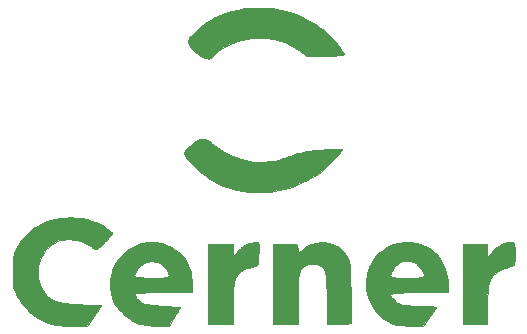
<source format=gbr>
G04 #@! TF.GenerationSoftware,KiCad,Pcbnew,(5.1.10)-1*
G04 #@! TF.CreationDate,2021-09-01T23:48:31-05:00*
G04 #@! TF.ProjectId,Bsides-KC-2021-Cerner-Sponsor-SAO-SVG2Shenzen v1_00 (Paths),42736964-6573-42d4-9b43-2d323032312d,rev?*
G04 #@! TF.SameCoordinates,Original*
G04 #@! TF.FileFunction,Legend,Top*
G04 #@! TF.FilePolarity,Positive*
%FSLAX46Y46*%
G04 Gerber Fmt 4.6, Leading zero omitted, Abs format (unit mm)*
G04 Created by KiCad (PCBNEW (5.1.10)-1) date 2021-09-01 23:48:31*
%MOMM*%
%LPD*%
G01*
G04 APERTURE LIST*
%ADD10C,0.010000*%
G04 APERTURE END LIST*
D10*
G04 #@! TO.C,G\u002A\u002A\u002A*
G36*
X154061430Y-81212144D02*
G01*
X154653398Y-81270617D01*
X155243505Y-81368323D01*
X155829343Y-81505340D01*
X156408506Y-81681749D01*
X156417302Y-81684755D01*
X156881640Y-81859624D01*
X157337971Y-82062766D01*
X157781028Y-82291001D01*
X158205547Y-82541150D01*
X158606261Y-82810032D01*
X158977905Y-83094468D01*
X159315213Y-83391279D01*
X159431361Y-83504705D01*
X159569713Y-83647882D01*
X159711702Y-83802055D01*
X159854408Y-83963461D01*
X159994907Y-84128333D01*
X160130279Y-84292905D01*
X160257603Y-84453414D01*
X160373955Y-84606093D01*
X160476415Y-84747176D01*
X160562061Y-84872900D01*
X160627972Y-84979497D01*
X160671225Y-85063203D01*
X160688900Y-85120253D01*
X160689167Y-85125756D01*
X160686849Y-85143855D01*
X160676250Y-85158093D01*
X160651898Y-85169669D01*
X160608324Y-85179783D01*
X160540058Y-85189635D01*
X160441630Y-85200422D01*
X160307570Y-85213346D01*
X160276417Y-85216253D01*
X159809885Y-85256405D01*
X159377213Y-85286661D01*
X158971196Y-85307409D01*
X158584630Y-85319037D01*
X158307917Y-85321994D01*
X158109568Y-85322325D01*
X157948131Y-85321466D01*
X157818183Y-85318159D01*
X157714303Y-85311145D01*
X157631070Y-85299167D01*
X157563062Y-85280965D01*
X157504856Y-85255281D01*
X157451032Y-85220858D01*
X157396167Y-85176436D01*
X157334840Y-85120758D01*
X157299743Y-85088010D01*
X157097441Y-84917576D01*
X156859366Y-84748573D01*
X156592047Y-84584031D01*
X156302014Y-84426984D01*
X155995797Y-84280464D01*
X155679925Y-84147505D01*
X155360929Y-84031139D01*
X155045337Y-83934398D01*
X154739680Y-83860316D01*
X154599497Y-83833879D01*
X154187406Y-83780261D01*
X153764614Y-83756157D01*
X153335843Y-83760583D01*
X152905818Y-83792555D01*
X152479263Y-83851087D01*
X152060902Y-83935195D01*
X151655458Y-84043896D01*
X151267656Y-84176204D01*
X150902220Y-84331135D01*
X150563872Y-84507705D01*
X150257338Y-84704929D01*
X150193142Y-84752121D01*
X150101698Y-84826325D01*
X149993293Y-84922599D01*
X149878661Y-85030998D01*
X149768533Y-85141572D01*
X149735787Y-85176014D01*
X149616262Y-85300410D01*
X149517300Y-85394411D01*
X149432931Y-85460611D01*
X149357184Y-85501601D01*
X149284089Y-85519972D01*
X149207677Y-85518319D01*
X149121976Y-85499231D01*
X149047500Y-85474852D01*
X148921999Y-85424407D01*
X148775092Y-85355908D01*
X148619199Y-85275968D01*
X148466735Y-85191200D01*
X148330118Y-85108217D01*
X148228530Y-85038708D01*
X148116124Y-84947724D01*
X147997042Y-84838851D01*
X147879735Y-84720921D01*
X147772659Y-84602763D01*
X147684267Y-84493207D01*
X147630526Y-84414094D01*
X147568425Y-84297025D01*
X147520098Y-84180281D01*
X147489939Y-84075787D01*
X147481858Y-84010756D01*
X147496672Y-83932807D01*
X147543177Y-83837714D01*
X147622199Y-83724421D01*
X147734565Y-83591870D01*
X147881100Y-83439006D01*
X148062633Y-83264773D01*
X148073601Y-83254594D01*
X148403029Y-82964810D01*
X148745073Y-82693271D01*
X149093566Y-82444183D01*
X149442345Y-82221750D01*
X149785242Y-82030177D01*
X150067683Y-81894653D01*
X150605296Y-81680728D01*
X151157895Y-81505478D01*
X151723072Y-81368983D01*
X152298420Y-81271323D01*
X152881534Y-81212576D01*
X153470006Y-81192824D01*
X154061430Y-81212144D01*
G37*
X154061430Y-81212144D02*
X154653398Y-81270617D01*
X155243505Y-81368323D01*
X155829343Y-81505340D01*
X156408506Y-81681749D01*
X156417302Y-81684755D01*
X156881640Y-81859624D01*
X157337971Y-82062766D01*
X157781028Y-82291001D01*
X158205547Y-82541150D01*
X158606261Y-82810032D01*
X158977905Y-83094468D01*
X159315213Y-83391279D01*
X159431361Y-83504705D01*
X159569713Y-83647882D01*
X159711702Y-83802055D01*
X159854408Y-83963461D01*
X159994907Y-84128333D01*
X160130279Y-84292905D01*
X160257603Y-84453414D01*
X160373955Y-84606093D01*
X160476415Y-84747176D01*
X160562061Y-84872900D01*
X160627972Y-84979497D01*
X160671225Y-85063203D01*
X160688900Y-85120253D01*
X160689167Y-85125756D01*
X160686849Y-85143855D01*
X160676250Y-85158093D01*
X160651898Y-85169669D01*
X160608324Y-85179783D01*
X160540058Y-85189635D01*
X160441630Y-85200422D01*
X160307570Y-85213346D01*
X160276417Y-85216253D01*
X159809885Y-85256405D01*
X159377213Y-85286661D01*
X158971196Y-85307409D01*
X158584630Y-85319037D01*
X158307917Y-85321994D01*
X158109568Y-85322325D01*
X157948131Y-85321466D01*
X157818183Y-85318159D01*
X157714303Y-85311145D01*
X157631070Y-85299167D01*
X157563062Y-85280965D01*
X157504856Y-85255281D01*
X157451032Y-85220858D01*
X157396167Y-85176436D01*
X157334840Y-85120758D01*
X157299743Y-85088010D01*
X157097441Y-84917576D01*
X156859366Y-84748573D01*
X156592047Y-84584031D01*
X156302014Y-84426984D01*
X155995797Y-84280464D01*
X155679925Y-84147505D01*
X155360929Y-84031139D01*
X155045337Y-83934398D01*
X154739680Y-83860316D01*
X154599497Y-83833879D01*
X154187406Y-83780261D01*
X153764614Y-83756157D01*
X153335843Y-83760583D01*
X152905818Y-83792555D01*
X152479263Y-83851087D01*
X152060902Y-83935195D01*
X151655458Y-84043896D01*
X151267656Y-84176204D01*
X150902220Y-84331135D01*
X150563872Y-84507705D01*
X150257338Y-84704929D01*
X150193142Y-84752121D01*
X150101698Y-84826325D01*
X149993293Y-84922599D01*
X149878661Y-85030998D01*
X149768533Y-85141572D01*
X149735787Y-85176014D01*
X149616262Y-85300410D01*
X149517300Y-85394411D01*
X149432931Y-85460611D01*
X149357184Y-85501601D01*
X149284089Y-85519972D01*
X149207677Y-85518319D01*
X149121976Y-85499231D01*
X149047500Y-85474852D01*
X148921999Y-85424407D01*
X148775092Y-85355908D01*
X148619199Y-85275968D01*
X148466735Y-85191200D01*
X148330118Y-85108217D01*
X148228530Y-85038708D01*
X148116124Y-84947724D01*
X147997042Y-84838851D01*
X147879735Y-84720921D01*
X147772659Y-84602763D01*
X147684267Y-84493207D01*
X147630526Y-84414094D01*
X147568425Y-84297025D01*
X147520098Y-84180281D01*
X147489939Y-84075787D01*
X147481858Y-84010756D01*
X147496672Y-83932807D01*
X147543177Y-83837714D01*
X147622199Y-83724421D01*
X147734565Y-83591870D01*
X147881100Y-83439006D01*
X148062633Y-83264773D01*
X148073601Y-83254594D01*
X148403029Y-82964810D01*
X148745073Y-82693271D01*
X149093566Y-82444183D01*
X149442345Y-82221750D01*
X149785242Y-82030177D01*
X150067683Y-81894653D01*
X150605296Y-81680728D01*
X151157895Y-81505478D01*
X151723072Y-81368983D01*
X152298420Y-81271323D01*
X152881534Y-81212576D01*
X153470006Y-81192824D01*
X154061430Y-81212144D01*
G36*
X148903901Y-92338488D02*
G01*
X149089363Y-92390136D01*
X149266905Y-92474187D01*
X149428785Y-92588287D01*
X149469558Y-92624648D01*
X149690765Y-92815621D01*
X149947497Y-93008203D01*
X150233276Y-93198744D01*
X150541620Y-93383600D01*
X150866050Y-93559122D01*
X151200086Y-93721665D01*
X151537248Y-93867581D01*
X151871055Y-93993223D01*
X151947334Y-94019088D01*
X152310984Y-94120809D01*
X152700030Y-94194621D01*
X153108143Y-94240645D01*
X153528997Y-94259003D01*
X153956264Y-94249819D01*
X154383618Y-94213214D01*
X154804730Y-94149311D01*
X155213274Y-94058232D01*
X155577417Y-93948898D01*
X155716917Y-93899592D01*
X155874636Y-93841264D01*
X156030741Y-93781378D01*
X156159500Y-93729834D01*
X156348182Y-93657370D01*
X156548688Y-93591156D01*
X156764358Y-93530589D01*
X156998531Y-93475064D01*
X157254547Y-93423977D01*
X157535744Y-93376723D01*
X157845462Y-93332699D01*
X158187040Y-93291301D01*
X158563817Y-93251923D01*
X158979133Y-93213962D01*
X159038167Y-93208927D01*
X159248761Y-93191795D01*
X159456901Y-93176153D01*
X159657899Y-93162255D01*
X159847066Y-93150355D01*
X160019714Y-93140705D01*
X160171155Y-93133559D01*
X160296698Y-93129170D01*
X160391657Y-93127792D01*
X160451342Y-93129678D01*
X160465926Y-93131777D01*
X160509469Y-93156390D01*
X160519635Y-93192528D01*
X160503766Y-93254547D01*
X160458475Y-93340878D01*
X160386616Y-93448440D01*
X160291044Y-93574155D01*
X160174614Y-93714944D01*
X160040181Y-93867727D01*
X159890601Y-94029424D01*
X159728727Y-94196957D01*
X159557415Y-94367247D01*
X159379521Y-94537213D01*
X159197899Y-94703777D01*
X159015403Y-94863858D01*
X158834890Y-95014379D01*
X158817449Y-95028471D01*
X158502235Y-95264730D01*
X158149750Y-95496286D01*
X157765028Y-95720016D01*
X157385242Y-95917084D01*
X156844637Y-96161146D01*
X156290803Y-96368404D01*
X155720550Y-96539793D01*
X155130686Y-96676248D01*
X154518021Y-96778703D01*
X154381500Y-96796569D01*
X154271292Y-96807256D01*
X154126910Y-96816693D01*
X153956485Y-96824734D01*
X153768148Y-96831235D01*
X153570026Y-96836053D01*
X153370252Y-96839042D01*
X153176953Y-96840059D01*
X152998261Y-96838959D01*
X152842305Y-96835598D01*
X152717214Y-96829831D01*
X152677584Y-96826813D01*
X152120775Y-96756238D01*
X151567431Y-96643991D01*
X151019803Y-96490717D01*
X150480143Y-96297060D01*
X149950702Y-96063665D01*
X149865852Y-96022061D01*
X149666325Y-95914711D01*
X149453336Y-95785390D01*
X149230665Y-95637406D01*
X149002088Y-95474064D01*
X148771385Y-95298669D01*
X148542334Y-95114529D01*
X148318715Y-94924949D01*
X148104304Y-94733234D01*
X147902880Y-94542691D01*
X147718223Y-94356625D01*
X147554110Y-94178344D01*
X147414320Y-94011151D01*
X147302632Y-93858354D01*
X147222823Y-93723258D01*
X147211469Y-93699632D01*
X147179685Y-93611859D01*
X147172228Y-93530376D01*
X147190514Y-93444482D01*
X147235960Y-93343474D01*
X147265675Y-93290192D01*
X147359359Y-93155937D01*
X147485279Y-93015300D01*
X147635823Y-92873944D01*
X147803378Y-92737537D01*
X147980331Y-92611741D01*
X148159069Y-92502222D01*
X148331980Y-92414645D01*
X148491449Y-92354675D01*
X148540181Y-92341827D01*
X148718260Y-92321600D01*
X148903901Y-92338488D01*
G37*
X148903901Y-92338488D02*
X149089363Y-92390136D01*
X149266905Y-92474187D01*
X149428785Y-92588287D01*
X149469558Y-92624648D01*
X149690765Y-92815621D01*
X149947497Y-93008203D01*
X150233276Y-93198744D01*
X150541620Y-93383600D01*
X150866050Y-93559122D01*
X151200086Y-93721665D01*
X151537248Y-93867581D01*
X151871055Y-93993223D01*
X151947334Y-94019088D01*
X152310984Y-94120809D01*
X152700030Y-94194621D01*
X153108143Y-94240645D01*
X153528997Y-94259003D01*
X153956264Y-94249819D01*
X154383618Y-94213214D01*
X154804730Y-94149311D01*
X155213274Y-94058232D01*
X155577417Y-93948898D01*
X155716917Y-93899592D01*
X155874636Y-93841264D01*
X156030741Y-93781378D01*
X156159500Y-93729834D01*
X156348182Y-93657370D01*
X156548688Y-93591156D01*
X156764358Y-93530589D01*
X156998531Y-93475064D01*
X157254547Y-93423977D01*
X157535744Y-93376723D01*
X157845462Y-93332699D01*
X158187040Y-93291301D01*
X158563817Y-93251923D01*
X158979133Y-93213962D01*
X159038167Y-93208927D01*
X159248761Y-93191795D01*
X159456901Y-93176153D01*
X159657899Y-93162255D01*
X159847066Y-93150355D01*
X160019714Y-93140705D01*
X160171155Y-93133559D01*
X160296698Y-93129170D01*
X160391657Y-93127792D01*
X160451342Y-93129678D01*
X160465926Y-93131777D01*
X160509469Y-93156390D01*
X160519635Y-93192528D01*
X160503766Y-93254547D01*
X160458475Y-93340878D01*
X160386616Y-93448440D01*
X160291044Y-93574155D01*
X160174614Y-93714944D01*
X160040181Y-93867727D01*
X159890601Y-94029424D01*
X159728727Y-94196957D01*
X159557415Y-94367247D01*
X159379521Y-94537213D01*
X159197899Y-94703777D01*
X159015403Y-94863858D01*
X158834890Y-95014379D01*
X158817449Y-95028471D01*
X158502235Y-95264730D01*
X158149750Y-95496286D01*
X157765028Y-95720016D01*
X157385242Y-95917084D01*
X156844637Y-96161146D01*
X156290803Y-96368404D01*
X155720550Y-96539793D01*
X155130686Y-96676248D01*
X154518021Y-96778703D01*
X154381500Y-96796569D01*
X154271292Y-96807256D01*
X154126910Y-96816693D01*
X153956485Y-96824734D01*
X153768148Y-96831235D01*
X153570026Y-96836053D01*
X153370252Y-96839042D01*
X153176953Y-96840059D01*
X152998261Y-96838959D01*
X152842305Y-96835598D01*
X152717214Y-96829831D01*
X152677584Y-96826813D01*
X152120775Y-96756238D01*
X151567431Y-96643991D01*
X151019803Y-96490717D01*
X150480143Y-96297060D01*
X149950702Y-96063665D01*
X149865852Y-96022061D01*
X149666325Y-95914711D01*
X149453336Y-95785390D01*
X149230665Y-95637406D01*
X149002088Y-95474064D01*
X148771385Y-95298669D01*
X148542334Y-95114529D01*
X148318715Y-94924949D01*
X148104304Y-94733234D01*
X147902880Y-94542691D01*
X147718223Y-94356625D01*
X147554110Y-94178344D01*
X147414320Y-94011151D01*
X147302632Y-93858354D01*
X147222823Y-93723258D01*
X147211469Y-93699632D01*
X147179685Y-93611859D01*
X147172228Y-93530376D01*
X147190514Y-93444482D01*
X147235960Y-93343474D01*
X147265675Y-93290192D01*
X147359359Y-93155937D01*
X147485279Y-93015300D01*
X147635823Y-92873944D01*
X147803378Y-92737537D01*
X147980331Y-92611741D01*
X148159069Y-92502222D01*
X148331980Y-92414645D01*
X148491449Y-92354675D01*
X148540181Y-92341827D01*
X148718260Y-92321600D01*
X148903901Y-92338488D01*
G36*
X174884370Y-101064989D02*
G01*
X174975823Y-101079059D01*
X175039468Y-101105448D01*
X175082231Y-101146562D01*
X175101009Y-101179870D01*
X175120895Y-101247386D01*
X175137117Y-101350160D01*
X175149716Y-101481610D01*
X175158733Y-101635152D01*
X175164206Y-101804203D01*
X175166176Y-101982181D01*
X175164682Y-102162502D01*
X175159766Y-102338583D01*
X175151466Y-102503842D01*
X175139822Y-102651696D01*
X175124875Y-102775561D01*
X175106664Y-102868855D01*
X175090479Y-102915645D01*
X175059910Y-102966400D01*
X175019733Y-103006923D01*
X174963111Y-103040624D01*
X174883206Y-103070915D01*
X174773178Y-103101208D01*
X174670593Y-103125131D01*
X174339784Y-103215277D01*
X174042248Y-103330852D01*
X173777041Y-103472362D01*
X173543219Y-103640309D01*
X173340281Y-103834708D01*
X173245595Y-103944961D01*
X173164684Y-104053226D01*
X173096268Y-104164084D01*
X173039067Y-104282120D01*
X172991801Y-104411915D01*
X172953189Y-104558054D01*
X172921951Y-104725120D01*
X172896807Y-104917695D01*
X172876476Y-105140363D01*
X172859679Y-105397707D01*
X172849826Y-105590500D01*
X172846332Y-105671863D01*
X172841900Y-105785989D01*
X172836700Y-105927663D01*
X172830898Y-106091666D01*
X172824664Y-106272783D01*
X172818166Y-106465796D01*
X172811573Y-106665489D01*
X172805053Y-106866646D01*
X172798774Y-107064049D01*
X172792906Y-107252482D01*
X172787616Y-107426728D01*
X172783073Y-107581571D01*
X172779446Y-107711793D01*
X172776903Y-107812178D01*
X172775612Y-107877510D01*
X172775485Y-107892375D01*
X172775334Y-108003500D01*
X170743334Y-108003500D01*
X170743334Y-101209000D01*
X172796500Y-101209000D01*
X172796876Y-101838709D01*
X172797252Y-102468417D01*
X172905368Y-102299084D01*
X173001023Y-102150445D01*
X173079480Y-102031763D01*
X173145392Y-101936737D01*
X173203414Y-101859068D01*
X173258201Y-101792456D01*
X173314406Y-101730600D01*
X173359712Y-101684120D01*
X173567768Y-101500679D01*
X173795812Y-101345521D01*
X174037852Y-101221317D01*
X174287896Y-101130739D01*
X174539951Y-101076457D01*
X174758182Y-101060834D01*
X174884370Y-101064989D01*
G37*
X174884370Y-101064989D02*
X174975823Y-101079059D01*
X175039468Y-101105448D01*
X175082231Y-101146562D01*
X175101009Y-101179870D01*
X175120895Y-101247386D01*
X175137117Y-101350160D01*
X175149716Y-101481610D01*
X175158733Y-101635152D01*
X175164206Y-101804203D01*
X175166176Y-101982181D01*
X175164682Y-102162502D01*
X175159766Y-102338583D01*
X175151466Y-102503842D01*
X175139822Y-102651696D01*
X175124875Y-102775561D01*
X175106664Y-102868855D01*
X175090479Y-102915645D01*
X175059910Y-102966400D01*
X175019733Y-103006923D01*
X174963111Y-103040624D01*
X174883206Y-103070915D01*
X174773178Y-103101208D01*
X174670593Y-103125131D01*
X174339784Y-103215277D01*
X174042248Y-103330852D01*
X173777041Y-103472362D01*
X173543219Y-103640309D01*
X173340281Y-103834708D01*
X173245595Y-103944961D01*
X173164684Y-104053226D01*
X173096268Y-104164084D01*
X173039067Y-104282120D01*
X172991801Y-104411915D01*
X172953189Y-104558054D01*
X172921951Y-104725120D01*
X172896807Y-104917695D01*
X172876476Y-105140363D01*
X172859679Y-105397707D01*
X172849826Y-105590500D01*
X172846332Y-105671863D01*
X172841900Y-105785989D01*
X172836700Y-105927663D01*
X172830898Y-106091666D01*
X172824664Y-106272783D01*
X172818166Y-106465796D01*
X172811573Y-106665489D01*
X172805053Y-106866646D01*
X172798774Y-107064049D01*
X172792906Y-107252482D01*
X172787616Y-107426728D01*
X172783073Y-107581571D01*
X172779446Y-107711793D01*
X172776903Y-107812178D01*
X172775612Y-107877510D01*
X172775485Y-107892375D01*
X172775334Y-108003500D01*
X170743334Y-108003500D01*
X170743334Y-101209000D01*
X172796500Y-101209000D01*
X172796876Y-101838709D01*
X172797252Y-102468417D01*
X172905368Y-102299084D01*
X173001023Y-102150445D01*
X173079480Y-102031763D01*
X173145392Y-101936737D01*
X173203414Y-101859068D01*
X173258201Y-101792456D01*
X173314406Y-101730600D01*
X173359712Y-101684120D01*
X173567768Y-101500679D01*
X173795812Y-101345521D01*
X174037852Y-101221317D01*
X174287896Y-101130739D01*
X174539951Y-101076457D01*
X174758182Y-101060834D01*
X174884370Y-101064989D01*
G36*
X153459266Y-101038785D02*
G01*
X153463734Y-101096157D01*
X153466967Y-101185391D01*
X153469035Y-101301265D01*
X153470006Y-101438552D01*
X153469946Y-101592029D01*
X153468926Y-101756473D01*
X153467012Y-101926658D01*
X153464273Y-102097361D01*
X153460778Y-102263356D01*
X153456593Y-102419421D01*
X153451787Y-102560331D01*
X153446429Y-102680861D01*
X153440586Y-102775788D01*
X153434326Y-102839887D01*
X153429430Y-102864502D01*
X153407326Y-102918225D01*
X153380245Y-102961828D01*
X153342684Y-102998204D01*
X153289140Y-103030247D01*
X153214108Y-103060851D01*
X153112084Y-103092909D01*
X152977564Y-103129316D01*
X152876996Y-103154946D01*
X152640527Y-103217980D01*
X152440556Y-103279734D01*
X152271436Y-103342935D01*
X152127520Y-103410310D01*
X152003162Y-103484587D01*
X151892717Y-103568491D01*
X151790537Y-103664750D01*
X151764566Y-103692205D01*
X151644734Y-103847815D01*
X151553910Y-104013584D01*
X151506465Y-104122590D01*
X151464303Y-104237785D01*
X151427148Y-104362035D01*
X151394726Y-104498209D01*
X151366762Y-104649175D01*
X151342980Y-104817802D01*
X151323105Y-105006958D01*
X151306862Y-105219511D01*
X151293976Y-105458329D01*
X151284172Y-105726280D01*
X151277174Y-106026234D01*
X151272707Y-106361057D01*
X151270496Y-106733619D01*
X151270139Y-106971625D01*
X151270000Y-108003500D01*
X149216834Y-108003500D01*
X149216834Y-101209000D01*
X151270000Y-101209000D01*
X151270000Y-102235260D01*
X151635125Y-101870078D01*
X151760827Y-101744785D01*
X151862283Y-101645124D01*
X151944881Y-101566495D01*
X152014010Y-101504299D01*
X152075058Y-101453938D01*
X152133413Y-101410810D01*
X152194463Y-101370317D01*
X152263596Y-101327859D01*
X152286000Y-101314478D01*
X152403746Y-101251827D01*
X152532300Y-101199059D01*
X152679307Y-101153866D01*
X152852416Y-101113941D01*
X153059272Y-101076972D01*
X153087340Y-101072529D01*
X153204152Y-101054446D01*
X153306643Y-101038935D01*
X153387366Y-101027094D01*
X153438874Y-101020023D01*
X153453497Y-101018500D01*
X153459266Y-101038785D01*
G37*
X153459266Y-101038785D02*
X153463734Y-101096157D01*
X153466967Y-101185391D01*
X153469035Y-101301265D01*
X153470006Y-101438552D01*
X153469946Y-101592029D01*
X153468926Y-101756473D01*
X153467012Y-101926658D01*
X153464273Y-102097361D01*
X153460778Y-102263356D01*
X153456593Y-102419421D01*
X153451787Y-102560331D01*
X153446429Y-102680861D01*
X153440586Y-102775788D01*
X153434326Y-102839887D01*
X153429430Y-102864502D01*
X153407326Y-102918225D01*
X153380245Y-102961828D01*
X153342684Y-102998204D01*
X153289140Y-103030247D01*
X153214108Y-103060851D01*
X153112084Y-103092909D01*
X152977564Y-103129316D01*
X152876996Y-103154946D01*
X152640527Y-103217980D01*
X152440556Y-103279734D01*
X152271436Y-103342935D01*
X152127520Y-103410310D01*
X152003162Y-103484587D01*
X151892717Y-103568491D01*
X151790537Y-103664750D01*
X151764566Y-103692205D01*
X151644734Y-103847815D01*
X151553910Y-104013584D01*
X151506465Y-104122590D01*
X151464303Y-104237785D01*
X151427148Y-104362035D01*
X151394726Y-104498209D01*
X151366762Y-104649175D01*
X151342980Y-104817802D01*
X151323105Y-105006958D01*
X151306862Y-105219511D01*
X151293976Y-105458329D01*
X151284172Y-105726280D01*
X151277174Y-106026234D01*
X151272707Y-106361057D01*
X151270496Y-106733619D01*
X151270139Y-106971625D01*
X151270000Y-108003500D01*
X149216834Y-108003500D01*
X149216834Y-101209000D01*
X151270000Y-101209000D01*
X151270000Y-102235260D01*
X151635125Y-101870078D01*
X151760827Y-101744785D01*
X151862283Y-101645124D01*
X151944881Y-101566495D01*
X152014010Y-101504299D01*
X152075058Y-101453938D01*
X152133413Y-101410810D01*
X152194463Y-101370317D01*
X152263596Y-101327859D01*
X152286000Y-101314478D01*
X152403746Y-101251827D01*
X152532300Y-101199059D01*
X152679307Y-101153866D01*
X152852416Y-101113941D01*
X153059272Y-101076972D01*
X153087340Y-101072529D01*
X153204152Y-101054446D01*
X153306643Y-101038935D01*
X153387366Y-101027094D01*
X153438874Y-101020023D01*
X153453497Y-101018500D01*
X153459266Y-101038785D01*
G36*
X159086770Y-101078427D02*
G01*
X159262087Y-101094182D01*
X159409627Y-101119080D01*
X159410551Y-101119291D01*
X159653149Y-101186711D01*
X159888826Y-101274739D01*
X160102560Y-101377528D01*
X160163505Y-101412367D01*
X160286573Y-101495858D01*
X160420035Y-101603037D01*
X160553607Y-101724249D01*
X160677006Y-101849840D01*
X160779946Y-101970156D01*
X160827625Y-102035817D01*
X160913081Y-102176906D01*
X160993542Y-102332724D01*
X161062298Y-102488910D01*
X161112641Y-102631105D01*
X161122893Y-102667882D01*
X161142818Y-102754718D01*
X161160865Y-102854321D01*
X161177111Y-102968778D01*
X161191634Y-103100179D01*
X161204512Y-103250609D01*
X161215823Y-103422158D01*
X161225645Y-103616913D01*
X161234056Y-103836962D01*
X161241135Y-104084393D01*
X161246959Y-104361294D01*
X161251607Y-104669752D01*
X161255155Y-105011855D01*
X161257683Y-105389692D01*
X161259269Y-105805349D01*
X161259990Y-106260916D01*
X161260030Y-106336625D01*
X161260667Y-107940000D01*
X161144229Y-107940000D01*
X161091370Y-107941005D01*
X161002573Y-107943831D01*
X160884180Y-107948197D01*
X160742536Y-107953822D01*
X160583984Y-107960425D01*
X160414865Y-107967723D01*
X160241524Y-107975435D01*
X160070304Y-107983281D01*
X159907547Y-107990979D01*
X159759598Y-107998246D01*
X159632797Y-108004803D01*
X159533490Y-108010367D01*
X159477892Y-108013929D01*
X159395525Y-108019105D01*
X159346090Y-108018820D01*
X159320332Y-108011123D01*
X159308994Y-107994063D01*
X159305063Y-107977494D01*
X159303009Y-107948678D01*
X159300110Y-107881100D01*
X159296468Y-107778323D01*
X159292189Y-107643908D01*
X159287374Y-107481416D01*
X159282128Y-107294409D01*
X159276555Y-107086448D01*
X159270757Y-106861094D01*
X159264839Y-106621910D01*
X159261172Y-106468917D01*
X159251408Y-106068653D01*
X159241954Y-105708242D01*
X159232658Y-105385206D01*
X159223366Y-105097068D01*
X159213924Y-104841349D01*
X159204179Y-104615571D01*
X159193977Y-104417258D01*
X159183165Y-104243930D01*
X159171590Y-104093110D01*
X159159098Y-103962321D01*
X159145536Y-103849083D01*
X159130750Y-103750921D01*
X159114587Y-103665355D01*
X159096894Y-103589908D01*
X159078993Y-103526854D01*
X159007125Y-103360880D01*
X158904256Y-103218181D01*
X158775069Y-103099251D01*
X158624243Y-103004584D01*
X158456460Y-102934675D01*
X158276402Y-102890018D01*
X158088749Y-102871108D01*
X157898183Y-102878439D01*
X157709385Y-102912505D01*
X157527036Y-102973801D01*
X157355818Y-103062822D01*
X157200412Y-103180061D01*
X157073995Y-103315084D01*
X156996789Y-103423128D01*
X156936531Y-103533045D01*
X156890050Y-103653875D01*
X156854175Y-103794657D01*
X156825735Y-103964431D01*
X156814140Y-104055917D01*
X156808862Y-104123454D01*
X156803917Y-104232889D01*
X156799313Y-104383789D01*
X156795057Y-104575721D01*
X156791156Y-104808251D01*
X156787618Y-105080944D01*
X156784449Y-105393369D01*
X156781657Y-105745091D01*
X156779250Y-106135542D01*
X156769164Y-108003500D01*
X154720167Y-108003500D01*
X154720167Y-101206154D01*
X155625042Y-101213632D01*
X155862265Y-101215741D01*
X156060867Y-101218130D01*
X156224557Y-101221276D01*
X156357048Y-101225660D01*
X156462048Y-101231760D01*
X156543270Y-101240057D01*
X156604424Y-101251029D01*
X156649221Y-101265155D01*
X156681372Y-101282915D01*
X156704588Y-101304789D01*
X156722579Y-101331256D01*
X156736259Y-101357167D01*
X156753130Y-101400731D01*
X156764245Y-101456929D01*
X156770584Y-101534576D01*
X156773126Y-101642488D01*
X156773301Y-101690542D01*
X156774155Y-101789692D01*
X156776463Y-101871339D01*
X156779878Y-101927387D01*
X156784055Y-101949740D01*
X156784353Y-101949834D01*
X156804439Y-101937926D01*
X156851997Y-101905239D01*
X156920582Y-101856326D01*
X157003749Y-101795740D01*
X157033061Y-101774134D01*
X157245315Y-101620999D01*
X157433819Y-101494030D01*
X157605227Y-101389940D01*
X157766194Y-101305436D01*
X157923373Y-101237230D01*
X158083418Y-101182032D01*
X158252985Y-101136552D01*
X158377559Y-101109410D01*
X158529073Y-101087306D01*
X158706773Y-101074859D01*
X158897169Y-101071943D01*
X159086770Y-101078427D01*
G37*
X159086770Y-101078427D02*
X159262087Y-101094182D01*
X159409627Y-101119080D01*
X159410551Y-101119291D01*
X159653149Y-101186711D01*
X159888826Y-101274739D01*
X160102560Y-101377528D01*
X160163505Y-101412367D01*
X160286573Y-101495858D01*
X160420035Y-101603037D01*
X160553607Y-101724249D01*
X160677006Y-101849840D01*
X160779946Y-101970156D01*
X160827625Y-102035817D01*
X160913081Y-102176906D01*
X160993542Y-102332724D01*
X161062298Y-102488910D01*
X161112641Y-102631105D01*
X161122893Y-102667882D01*
X161142818Y-102754718D01*
X161160865Y-102854321D01*
X161177111Y-102968778D01*
X161191634Y-103100179D01*
X161204512Y-103250609D01*
X161215823Y-103422158D01*
X161225645Y-103616913D01*
X161234056Y-103836962D01*
X161241135Y-104084393D01*
X161246959Y-104361294D01*
X161251607Y-104669752D01*
X161255155Y-105011855D01*
X161257683Y-105389692D01*
X161259269Y-105805349D01*
X161259990Y-106260916D01*
X161260030Y-106336625D01*
X161260667Y-107940000D01*
X161144229Y-107940000D01*
X161091370Y-107941005D01*
X161002573Y-107943831D01*
X160884180Y-107948197D01*
X160742536Y-107953822D01*
X160583984Y-107960425D01*
X160414865Y-107967723D01*
X160241524Y-107975435D01*
X160070304Y-107983281D01*
X159907547Y-107990979D01*
X159759598Y-107998246D01*
X159632797Y-108004803D01*
X159533490Y-108010367D01*
X159477892Y-108013929D01*
X159395525Y-108019105D01*
X159346090Y-108018820D01*
X159320332Y-108011123D01*
X159308994Y-107994063D01*
X159305063Y-107977494D01*
X159303009Y-107948678D01*
X159300110Y-107881100D01*
X159296468Y-107778323D01*
X159292189Y-107643908D01*
X159287374Y-107481416D01*
X159282128Y-107294409D01*
X159276555Y-107086448D01*
X159270757Y-106861094D01*
X159264839Y-106621910D01*
X159261172Y-106468917D01*
X159251408Y-106068653D01*
X159241954Y-105708242D01*
X159232658Y-105385206D01*
X159223366Y-105097068D01*
X159213924Y-104841349D01*
X159204179Y-104615571D01*
X159193977Y-104417258D01*
X159183165Y-104243930D01*
X159171590Y-104093110D01*
X159159098Y-103962321D01*
X159145536Y-103849083D01*
X159130750Y-103750921D01*
X159114587Y-103665355D01*
X159096894Y-103589908D01*
X159078993Y-103526854D01*
X159007125Y-103360880D01*
X158904256Y-103218181D01*
X158775069Y-103099251D01*
X158624243Y-103004584D01*
X158456460Y-102934675D01*
X158276402Y-102890018D01*
X158088749Y-102871108D01*
X157898183Y-102878439D01*
X157709385Y-102912505D01*
X157527036Y-102973801D01*
X157355818Y-103062822D01*
X157200412Y-103180061D01*
X157073995Y-103315084D01*
X156996789Y-103423128D01*
X156936531Y-103533045D01*
X156890050Y-103653875D01*
X156854175Y-103794657D01*
X156825735Y-103964431D01*
X156814140Y-104055917D01*
X156808862Y-104123454D01*
X156803917Y-104232889D01*
X156799313Y-104383789D01*
X156795057Y-104575721D01*
X156791156Y-104808251D01*
X156787618Y-105080944D01*
X156784449Y-105393369D01*
X156781657Y-105745091D01*
X156779250Y-106135542D01*
X156769164Y-108003500D01*
X154720167Y-108003500D01*
X154720167Y-101206154D01*
X155625042Y-101213632D01*
X155862265Y-101215741D01*
X156060867Y-101218130D01*
X156224557Y-101221276D01*
X156357048Y-101225660D01*
X156462048Y-101231760D01*
X156543270Y-101240057D01*
X156604424Y-101251029D01*
X156649221Y-101265155D01*
X156681372Y-101282915D01*
X156704588Y-101304789D01*
X156722579Y-101331256D01*
X156736259Y-101357167D01*
X156753130Y-101400731D01*
X156764245Y-101456929D01*
X156770584Y-101534576D01*
X156773126Y-101642488D01*
X156773301Y-101690542D01*
X156774155Y-101789692D01*
X156776463Y-101871339D01*
X156779878Y-101927387D01*
X156784055Y-101949740D01*
X156784353Y-101949834D01*
X156804439Y-101937926D01*
X156851997Y-101905239D01*
X156920582Y-101856326D01*
X157003749Y-101795740D01*
X157033061Y-101774134D01*
X157245315Y-101620999D01*
X157433819Y-101494030D01*
X157605227Y-101389940D01*
X157766194Y-101305436D01*
X157923373Y-101237230D01*
X158083418Y-101182032D01*
X158252985Y-101136552D01*
X158377559Y-101109410D01*
X158529073Y-101087306D01*
X158706773Y-101074859D01*
X158897169Y-101071943D01*
X159086770Y-101078427D01*
G36*
X166207234Y-101073387D02*
G01*
X166336054Y-101074765D01*
X166439042Y-101077828D01*
X166524448Y-101083190D01*
X166600522Y-101091468D01*
X166675513Y-101103275D01*
X166757671Y-101119228D01*
X166809505Y-101130119D01*
X167172996Y-101223949D01*
X167511510Y-101344520D01*
X167822914Y-101490538D01*
X168105073Y-101660710D01*
X168355853Y-101853743D01*
X168573119Y-102068344D01*
X168754736Y-102303218D01*
X168760969Y-102312621D01*
X168903662Y-102550175D01*
X169040418Y-102818171D01*
X169165895Y-103104725D01*
X169274753Y-103397951D01*
X169335142Y-103590199D01*
X169377044Y-103738423D01*
X169410101Y-103866506D01*
X169435481Y-103983156D01*
X169454348Y-104097081D01*
X169467871Y-104216991D01*
X169477215Y-104351592D01*
X169483546Y-104509594D01*
X169488032Y-104699705D01*
X169488709Y-104736664D01*
X169498569Y-105290412D01*
X167448660Y-105300181D01*
X167079094Y-105302058D01*
X166749236Y-105304028D01*
X166456463Y-105306185D01*
X166198147Y-105308622D01*
X165971665Y-105311431D01*
X165774392Y-105314704D01*
X165603703Y-105318535D01*
X165456973Y-105323016D01*
X165331577Y-105328239D01*
X165224889Y-105334297D01*
X165134286Y-105341284D01*
X165057142Y-105349290D01*
X164990833Y-105358410D01*
X164932732Y-105368735D01*
X164880216Y-105380359D01*
X164833994Y-105392441D01*
X164731408Y-105431524D01*
X164663315Y-105480774D01*
X164632641Y-105537499D01*
X164634053Y-105576708D01*
X164663199Y-105638593D01*
X164720814Y-105718364D01*
X164800491Y-105809913D01*
X164895825Y-105907127D01*
X165000409Y-106003896D01*
X165107839Y-106094110D01*
X165211708Y-106171657D01*
X165305610Y-106230428D01*
X165335250Y-106245580D01*
X165401067Y-106274417D01*
X165471950Y-106300280D01*
X165550791Y-106323451D01*
X165640481Y-106344216D01*
X165743913Y-106362859D01*
X165863979Y-106379663D01*
X166003569Y-106394913D01*
X166165577Y-106408893D01*
X166352895Y-106421888D01*
X166568413Y-106434180D01*
X166815025Y-106446054D01*
X167095622Y-106457795D01*
X167413095Y-106469686D01*
X167727084Y-106480561D01*
X167899300Y-106486708D01*
X168059447Y-106493095D01*
X168202243Y-106499461D01*
X168322408Y-106505544D01*
X168414664Y-106511082D01*
X168473729Y-106515811D01*
X168492833Y-106518596D01*
X168502038Y-106524109D01*
X168504937Y-106535567D01*
X168499692Y-106555913D01*
X168484462Y-106588093D01*
X168457408Y-106635050D01*
X168416690Y-106699730D01*
X168360469Y-106785075D01*
X168286905Y-106894032D01*
X168194159Y-107029543D01*
X168080390Y-107194554D01*
X167978362Y-107342042D01*
X167417809Y-108151667D01*
X166884529Y-108147461D01*
X166728045Y-108146017D01*
X166576257Y-108144232D01*
X166437285Y-108142229D01*
X166319248Y-108140134D01*
X166230262Y-108138071D01*
X166192500Y-108136833D01*
X166067869Y-108130062D01*
X165922801Y-108119399D01*
X165766891Y-108105822D01*
X165609732Y-108090306D01*
X165460920Y-108073828D01*
X165330047Y-108057366D01*
X165226708Y-108041896D01*
X165186065Y-108034368D01*
X164865856Y-107947621D01*
X164549857Y-107822033D01*
X164243926Y-107661063D01*
X163953923Y-107468169D01*
X163685705Y-107246812D01*
X163455939Y-107012772D01*
X163229541Y-106724645D01*
X163035930Y-106412944D01*
X162875561Y-106081426D01*
X162748891Y-105733846D01*
X162656375Y-105373958D01*
X162598468Y-105005519D01*
X162575628Y-104632283D01*
X162588310Y-104258006D01*
X162636970Y-103886444D01*
X162666027Y-103761773D01*
X164636792Y-103761773D01*
X164637813Y-103851601D01*
X164671221Y-103922976D01*
X164738965Y-103977361D01*
X164842993Y-104016222D01*
X164985251Y-104041025D01*
X165011590Y-104043777D01*
X165087250Y-104048801D01*
X165198288Y-104053062D01*
X165338545Y-104056558D01*
X165501864Y-104059284D01*
X165682087Y-104061234D01*
X165873058Y-104062405D01*
X166068618Y-104062793D01*
X166262611Y-104062391D01*
X166448879Y-104061197D01*
X166621264Y-104059205D01*
X166773609Y-104056412D01*
X166899756Y-104052811D01*
X166993549Y-104048400D01*
X167032715Y-104045260D01*
X167180072Y-104024906D01*
X167289744Y-103997300D01*
X167366150Y-103959627D01*
X167413704Y-103909070D01*
X167436824Y-103842813D01*
X167440831Y-103785046D01*
X167424164Y-103682928D01*
X167378843Y-103562251D01*
X167309874Y-103430131D01*
X167222262Y-103293679D01*
X167121016Y-103160010D01*
X167011142Y-103036236D01*
X166897645Y-102929472D01*
X166785534Y-102846832D01*
X166776704Y-102841433D01*
X166564991Y-102737333D01*
X166342486Y-102670600D01*
X166114395Y-102640586D01*
X165885922Y-102646637D01*
X165662271Y-102688103D01*
X165448649Y-102764333D01*
X165250260Y-102874676D01*
X165072309Y-103018480D01*
X165031450Y-103059768D01*
X164926540Y-103183621D01*
X164829749Y-103322088D01*
X164746595Y-103465357D01*
X164682594Y-103603614D01*
X164643261Y-103727047D01*
X164636792Y-103761773D01*
X162666027Y-103761773D01*
X162722064Y-103521351D01*
X162844047Y-103166483D01*
X162958210Y-102912917D01*
X163146356Y-102580196D01*
X163362807Y-102278928D01*
X163607390Y-102009245D01*
X163879932Y-101771278D01*
X164180260Y-101565157D01*
X164508202Y-101391013D01*
X164863585Y-101248977D01*
X165246235Y-101139180D01*
X165325546Y-101121204D01*
X165403080Y-101105342D01*
X165475360Y-101093352D01*
X165550232Y-101084708D01*
X165635546Y-101078884D01*
X165739146Y-101075356D01*
X165868882Y-101073597D01*
X166032599Y-101073082D01*
X166044334Y-101073080D01*
X166207234Y-101073387D01*
G37*
X166207234Y-101073387D02*
X166336054Y-101074765D01*
X166439042Y-101077828D01*
X166524448Y-101083190D01*
X166600522Y-101091468D01*
X166675513Y-101103275D01*
X166757671Y-101119228D01*
X166809505Y-101130119D01*
X167172996Y-101223949D01*
X167511510Y-101344520D01*
X167822914Y-101490538D01*
X168105073Y-101660710D01*
X168355853Y-101853743D01*
X168573119Y-102068344D01*
X168754736Y-102303218D01*
X168760969Y-102312621D01*
X168903662Y-102550175D01*
X169040418Y-102818171D01*
X169165895Y-103104725D01*
X169274753Y-103397951D01*
X169335142Y-103590199D01*
X169377044Y-103738423D01*
X169410101Y-103866506D01*
X169435481Y-103983156D01*
X169454348Y-104097081D01*
X169467871Y-104216991D01*
X169477215Y-104351592D01*
X169483546Y-104509594D01*
X169488032Y-104699705D01*
X169488709Y-104736664D01*
X169498569Y-105290412D01*
X167448660Y-105300181D01*
X167079094Y-105302058D01*
X166749236Y-105304028D01*
X166456463Y-105306185D01*
X166198147Y-105308622D01*
X165971665Y-105311431D01*
X165774392Y-105314704D01*
X165603703Y-105318535D01*
X165456973Y-105323016D01*
X165331577Y-105328239D01*
X165224889Y-105334297D01*
X165134286Y-105341284D01*
X165057142Y-105349290D01*
X164990833Y-105358410D01*
X164932732Y-105368735D01*
X164880216Y-105380359D01*
X164833994Y-105392441D01*
X164731408Y-105431524D01*
X164663315Y-105480774D01*
X164632641Y-105537499D01*
X164634053Y-105576708D01*
X164663199Y-105638593D01*
X164720814Y-105718364D01*
X164800491Y-105809913D01*
X164895825Y-105907127D01*
X165000409Y-106003896D01*
X165107839Y-106094110D01*
X165211708Y-106171657D01*
X165305610Y-106230428D01*
X165335250Y-106245580D01*
X165401067Y-106274417D01*
X165471950Y-106300280D01*
X165550791Y-106323451D01*
X165640481Y-106344216D01*
X165743913Y-106362859D01*
X165863979Y-106379663D01*
X166003569Y-106394913D01*
X166165577Y-106408893D01*
X166352895Y-106421888D01*
X166568413Y-106434180D01*
X166815025Y-106446054D01*
X167095622Y-106457795D01*
X167413095Y-106469686D01*
X167727084Y-106480561D01*
X167899300Y-106486708D01*
X168059447Y-106493095D01*
X168202243Y-106499461D01*
X168322408Y-106505544D01*
X168414664Y-106511082D01*
X168473729Y-106515811D01*
X168492833Y-106518596D01*
X168502038Y-106524109D01*
X168504937Y-106535567D01*
X168499692Y-106555913D01*
X168484462Y-106588093D01*
X168457408Y-106635050D01*
X168416690Y-106699730D01*
X168360469Y-106785075D01*
X168286905Y-106894032D01*
X168194159Y-107029543D01*
X168080390Y-107194554D01*
X167978362Y-107342042D01*
X167417809Y-108151667D01*
X166884529Y-108147461D01*
X166728045Y-108146017D01*
X166576257Y-108144232D01*
X166437285Y-108142229D01*
X166319248Y-108140134D01*
X166230262Y-108138071D01*
X166192500Y-108136833D01*
X166067869Y-108130062D01*
X165922801Y-108119399D01*
X165766891Y-108105822D01*
X165609732Y-108090306D01*
X165460920Y-108073828D01*
X165330047Y-108057366D01*
X165226708Y-108041896D01*
X165186065Y-108034368D01*
X164865856Y-107947621D01*
X164549857Y-107822033D01*
X164243926Y-107661063D01*
X163953923Y-107468169D01*
X163685705Y-107246812D01*
X163455939Y-107012772D01*
X163229541Y-106724645D01*
X163035930Y-106412944D01*
X162875561Y-106081426D01*
X162748891Y-105733846D01*
X162656375Y-105373958D01*
X162598468Y-105005519D01*
X162575628Y-104632283D01*
X162588310Y-104258006D01*
X162636970Y-103886444D01*
X162666027Y-103761773D01*
X164636792Y-103761773D01*
X164637813Y-103851601D01*
X164671221Y-103922976D01*
X164738965Y-103977361D01*
X164842993Y-104016222D01*
X164985251Y-104041025D01*
X165011590Y-104043777D01*
X165087250Y-104048801D01*
X165198288Y-104053062D01*
X165338545Y-104056558D01*
X165501864Y-104059284D01*
X165682087Y-104061234D01*
X165873058Y-104062405D01*
X166068618Y-104062793D01*
X166262611Y-104062391D01*
X166448879Y-104061197D01*
X166621264Y-104059205D01*
X166773609Y-104056412D01*
X166899756Y-104052811D01*
X166993549Y-104048400D01*
X167032715Y-104045260D01*
X167180072Y-104024906D01*
X167289744Y-103997300D01*
X167366150Y-103959627D01*
X167413704Y-103909070D01*
X167436824Y-103842813D01*
X167440831Y-103785046D01*
X167424164Y-103682928D01*
X167378843Y-103562251D01*
X167309874Y-103430131D01*
X167222262Y-103293679D01*
X167121016Y-103160010D01*
X167011142Y-103036236D01*
X166897645Y-102929472D01*
X166785534Y-102846832D01*
X166776704Y-102841433D01*
X166564991Y-102737333D01*
X166342486Y-102670600D01*
X166114395Y-102640586D01*
X165885922Y-102646637D01*
X165662271Y-102688103D01*
X165448649Y-102764333D01*
X165250260Y-102874676D01*
X165072309Y-103018480D01*
X165031450Y-103059768D01*
X164926540Y-103183621D01*
X164829749Y-103322088D01*
X164746595Y-103465357D01*
X164682594Y-103603614D01*
X164643261Y-103727047D01*
X164636792Y-103761773D01*
X162666027Y-103761773D01*
X162722064Y-103521351D01*
X162844047Y-103166483D01*
X162958210Y-102912917D01*
X163146356Y-102580196D01*
X163362807Y-102278928D01*
X163607390Y-102009245D01*
X163879932Y-101771278D01*
X164180260Y-101565157D01*
X164508202Y-101391013D01*
X164863585Y-101248977D01*
X165246235Y-101139180D01*
X165325546Y-101121204D01*
X165403080Y-101105342D01*
X165475360Y-101093352D01*
X165550232Y-101084708D01*
X165635546Y-101078884D01*
X165739146Y-101075356D01*
X165868882Y-101073597D01*
X166032599Y-101073082D01*
X166044334Y-101073080D01*
X166207234Y-101073387D01*
G36*
X144718903Y-101056200D02*
G01*
X144895539Y-101070646D01*
X145019194Y-101088648D01*
X145319473Y-101159468D01*
X145621911Y-101257864D01*
X145914240Y-101379023D01*
X146184192Y-101518133D01*
X146310629Y-101595303D01*
X146606750Y-101812266D01*
X146875714Y-102060157D01*
X147114991Y-102335758D01*
X147322052Y-102635849D01*
X147494368Y-102957213D01*
X147615346Y-103255314D01*
X147673709Y-103437168D01*
X147720844Y-103617999D01*
X147757651Y-103804695D01*
X147785029Y-104004143D01*
X147803878Y-104223231D01*
X147815097Y-104468848D01*
X147819585Y-104747880D01*
X147819761Y-104820697D01*
X147819834Y-105289143D01*
X145697875Y-105300577D01*
X145278927Y-105303090D01*
X144900727Y-105305919D01*
X144561690Y-105309109D01*
X144260233Y-105312703D01*
X143994771Y-105316745D01*
X143763719Y-105321280D01*
X143565493Y-105326352D01*
X143398510Y-105332005D01*
X143261183Y-105338283D01*
X143151930Y-105345230D01*
X143069166Y-105352890D01*
X143011306Y-105361309D01*
X142976766Y-105370528D01*
X142966335Y-105376699D01*
X142952992Y-105418357D01*
X142967270Y-105482776D01*
X143005091Y-105564652D01*
X143062381Y-105658682D01*
X143135064Y-105759565D01*
X143219065Y-105861996D01*
X143310309Y-105960674D01*
X143404718Y-106050296D01*
X143498219Y-106125558D01*
X143583172Y-106179288D01*
X143676226Y-106220719D01*
X143794492Y-106259299D01*
X143939810Y-106295277D01*
X144114025Y-106328900D01*
X144318978Y-106360414D01*
X144556514Y-106390068D01*
X144828474Y-106418107D01*
X145136702Y-106444781D01*
X145483041Y-106470334D01*
X145869332Y-106495016D01*
X145988917Y-106502036D01*
X146171861Y-106512919D01*
X146341581Y-106523663D01*
X146493426Y-106533925D01*
X146622744Y-106543362D01*
X146724884Y-106551631D01*
X146795194Y-106558388D01*
X146829023Y-106563291D01*
X146831216Y-106564170D01*
X146823737Y-106584477D01*
X146795585Y-106636720D01*
X146748974Y-106717222D01*
X146686122Y-106822308D01*
X146609244Y-106948303D01*
X146520556Y-107091529D01*
X146422274Y-107248312D01*
X146348299Y-107365191D01*
X145848583Y-108151667D01*
X145580083Y-108147980D01*
X145475930Y-108146182D01*
X145340611Y-108143298D01*
X145185271Y-108139597D01*
X145021057Y-108135346D01*
X144859114Y-108130813D01*
X144824750Y-108129801D01*
X144475945Y-108114689D01*
X144153052Y-108091100D01*
X143859312Y-108059443D01*
X143597963Y-108020124D01*
X143372246Y-107973554D01*
X143199685Y-107924935D01*
X142996328Y-107842130D01*
X142779688Y-107725383D01*
X142554923Y-107578857D01*
X142327191Y-107406715D01*
X142101652Y-107213119D01*
X141883463Y-107002233D01*
X141677785Y-106778218D01*
X141489775Y-106545239D01*
X141489588Y-106544991D01*
X141353270Y-106353686D01*
X141244408Y-106176618D01*
X141156982Y-106002118D01*
X141084968Y-105818516D01*
X141038137Y-105670195D01*
X140955976Y-105321648D01*
X140907066Y-104962724D01*
X140891339Y-104600610D01*
X140908731Y-104242493D01*
X140959176Y-103895563D01*
X140959896Y-103892725D01*
X142952486Y-103892725D01*
X142956690Y-103928606D01*
X142975876Y-103948355D01*
X143006828Y-103961868D01*
X143077372Y-103984291D01*
X143165512Y-104003403D01*
X143274111Y-104019363D01*
X143406031Y-104032331D01*
X143564134Y-104042466D01*
X143751283Y-104049926D01*
X143970338Y-104054872D01*
X144224163Y-104057462D01*
X144515620Y-104057855D01*
X144718917Y-104057051D01*
X144977221Y-104055127D01*
X145194830Y-104052467D01*
X145373374Y-104049022D01*
X145514487Y-104044742D01*
X145619798Y-104039578D01*
X145690941Y-104033481D01*
X145729001Y-104026580D01*
X145793969Y-103998637D01*
X145835237Y-103960672D01*
X145853217Y-103907526D01*
X145848326Y-103834045D01*
X145820977Y-103735071D01*
X145771584Y-103605447D01*
X145764260Y-103587742D01*
X145649310Y-103364535D01*
X145501939Y-103165854D01*
X145325691Y-102995068D01*
X145124110Y-102855546D01*
X144900738Y-102750655D01*
X144873391Y-102740818D01*
X144694864Y-102695453D01*
X144495813Y-102673565D01*
X144291333Y-102675751D01*
X144096518Y-102702606D01*
X144068192Y-102709007D01*
X143915629Y-102751963D01*
X143785286Y-102805159D01*
X143660103Y-102876700D01*
X143546622Y-102956775D01*
X143416008Y-103068848D01*
X143291924Y-103201185D01*
X143179723Y-103345858D01*
X143084755Y-103494941D01*
X143012374Y-103640504D01*
X142967930Y-103774621D01*
X142958622Y-103827804D01*
X142952486Y-103892725D01*
X140959896Y-103892725D01*
X141042608Y-103567007D01*
X141057749Y-103520395D01*
X141177974Y-103205386D01*
X141321248Y-102914443D01*
X141492378Y-102639769D01*
X141696173Y-102373567D01*
X141913771Y-102132420D01*
X142201667Y-101861565D01*
X142505588Y-101629650D01*
X142827011Y-101435860D01*
X143167412Y-101279380D01*
X143528265Y-101159394D01*
X143787526Y-101097944D01*
X143939828Y-101074703D01*
X144121236Y-101058817D01*
X144319631Y-101050377D01*
X144522893Y-101049474D01*
X144718903Y-101056200D01*
G37*
X144718903Y-101056200D02*
X144895539Y-101070646D01*
X145019194Y-101088648D01*
X145319473Y-101159468D01*
X145621911Y-101257864D01*
X145914240Y-101379023D01*
X146184192Y-101518133D01*
X146310629Y-101595303D01*
X146606750Y-101812266D01*
X146875714Y-102060157D01*
X147114991Y-102335758D01*
X147322052Y-102635849D01*
X147494368Y-102957213D01*
X147615346Y-103255314D01*
X147673709Y-103437168D01*
X147720844Y-103617999D01*
X147757651Y-103804695D01*
X147785029Y-104004143D01*
X147803878Y-104223231D01*
X147815097Y-104468848D01*
X147819585Y-104747880D01*
X147819761Y-104820697D01*
X147819834Y-105289143D01*
X145697875Y-105300577D01*
X145278927Y-105303090D01*
X144900727Y-105305919D01*
X144561690Y-105309109D01*
X144260233Y-105312703D01*
X143994771Y-105316745D01*
X143763719Y-105321280D01*
X143565493Y-105326352D01*
X143398510Y-105332005D01*
X143261183Y-105338283D01*
X143151930Y-105345230D01*
X143069166Y-105352890D01*
X143011306Y-105361309D01*
X142976766Y-105370528D01*
X142966335Y-105376699D01*
X142952992Y-105418357D01*
X142967270Y-105482776D01*
X143005091Y-105564652D01*
X143062381Y-105658682D01*
X143135064Y-105759565D01*
X143219065Y-105861996D01*
X143310309Y-105960674D01*
X143404718Y-106050296D01*
X143498219Y-106125558D01*
X143583172Y-106179288D01*
X143676226Y-106220719D01*
X143794492Y-106259299D01*
X143939810Y-106295277D01*
X144114025Y-106328900D01*
X144318978Y-106360414D01*
X144556514Y-106390068D01*
X144828474Y-106418107D01*
X145136702Y-106444781D01*
X145483041Y-106470334D01*
X145869332Y-106495016D01*
X145988917Y-106502036D01*
X146171861Y-106512919D01*
X146341581Y-106523663D01*
X146493426Y-106533925D01*
X146622744Y-106543362D01*
X146724884Y-106551631D01*
X146795194Y-106558388D01*
X146829023Y-106563291D01*
X146831216Y-106564170D01*
X146823737Y-106584477D01*
X146795585Y-106636720D01*
X146748974Y-106717222D01*
X146686122Y-106822308D01*
X146609244Y-106948303D01*
X146520556Y-107091529D01*
X146422274Y-107248312D01*
X146348299Y-107365191D01*
X145848583Y-108151667D01*
X145580083Y-108147980D01*
X145475930Y-108146182D01*
X145340611Y-108143298D01*
X145185271Y-108139597D01*
X145021057Y-108135346D01*
X144859114Y-108130813D01*
X144824750Y-108129801D01*
X144475945Y-108114689D01*
X144153052Y-108091100D01*
X143859312Y-108059443D01*
X143597963Y-108020124D01*
X143372246Y-107973554D01*
X143199685Y-107924935D01*
X142996328Y-107842130D01*
X142779688Y-107725383D01*
X142554923Y-107578857D01*
X142327191Y-107406715D01*
X142101652Y-107213119D01*
X141883463Y-107002233D01*
X141677785Y-106778218D01*
X141489775Y-106545239D01*
X141489588Y-106544991D01*
X141353270Y-106353686D01*
X141244408Y-106176618D01*
X141156982Y-106002118D01*
X141084968Y-105818516D01*
X141038137Y-105670195D01*
X140955976Y-105321648D01*
X140907066Y-104962724D01*
X140891339Y-104600610D01*
X140908731Y-104242493D01*
X140959176Y-103895563D01*
X140959896Y-103892725D01*
X142952486Y-103892725D01*
X142956690Y-103928606D01*
X142975876Y-103948355D01*
X143006828Y-103961868D01*
X143077372Y-103984291D01*
X143165512Y-104003403D01*
X143274111Y-104019363D01*
X143406031Y-104032331D01*
X143564134Y-104042466D01*
X143751283Y-104049926D01*
X143970338Y-104054872D01*
X144224163Y-104057462D01*
X144515620Y-104057855D01*
X144718917Y-104057051D01*
X144977221Y-104055127D01*
X145194830Y-104052467D01*
X145373374Y-104049022D01*
X145514487Y-104044742D01*
X145619798Y-104039578D01*
X145690941Y-104033481D01*
X145729001Y-104026580D01*
X145793969Y-103998637D01*
X145835237Y-103960672D01*
X145853217Y-103907526D01*
X145848326Y-103834045D01*
X145820977Y-103735071D01*
X145771584Y-103605447D01*
X145764260Y-103587742D01*
X145649310Y-103364535D01*
X145501939Y-103165854D01*
X145325691Y-102995068D01*
X145124110Y-102855546D01*
X144900738Y-102750655D01*
X144873391Y-102740818D01*
X144694864Y-102695453D01*
X144495813Y-102673565D01*
X144291333Y-102675751D01*
X144096518Y-102702606D01*
X144068192Y-102709007D01*
X143915629Y-102751963D01*
X143785286Y-102805159D01*
X143660103Y-102876700D01*
X143546622Y-102956775D01*
X143416008Y-103068848D01*
X143291924Y-103201185D01*
X143179723Y-103345858D01*
X143084755Y-103494941D01*
X143012374Y-103640504D01*
X142967930Y-103774621D01*
X142958622Y-103827804D01*
X142952486Y-103892725D01*
X140959896Y-103892725D01*
X141042608Y-103567007D01*
X141057749Y-103520395D01*
X141177974Y-103205386D01*
X141321248Y-102914443D01*
X141492378Y-102639769D01*
X141696173Y-102373567D01*
X141913771Y-102132420D01*
X142201667Y-101861565D01*
X142505588Y-101629650D01*
X142827011Y-101435860D01*
X143167412Y-101279380D01*
X143528265Y-101159394D01*
X143787526Y-101097944D01*
X143939828Y-101074703D01*
X144121236Y-101058817D01*
X144319631Y-101050377D01*
X144522893Y-101049474D01*
X144718903Y-101056200D01*
G36*
X138021904Y-98979783D02*
G01*
X138474503Y-99029242D01*
X138909150Y-99111128D01*
X139323198Y-99224729D01*
X139714000Y-99369330D01*
X140078908Y-99544219D01*
X140379750Y-99724764D01*
X140469809Y-99786684D01*
X140569848Y-99858860D01*
X140674405Y-99936963D01*
X140778020Y-100016660D01*
X140875230Y-100093622D01*
X140960574Y-100163516D01*
X141028589Y-100222013D01*
X141073815Y-100264781D01*
X141090789Y-100287489D01*
X141090713Y-100288522D01*
X141074265Y-100313102D01*
X141033246Y-100364287D01*
X140971722Y-100437506D01*
X140893760Y-100528186D01*
X140803427Y-100631757D01*
X140704789Y-100743646D01*
X140601914Y-100859284D01*
X140498867Y-100974097D01*
X140399716Y-101083515D01*
X140308527Y-101182966D01*
X140229368Y-101267879D01*
X140166304Y-101333682D01*
X140123790Y-101375449D01*
X139977255Y-101500794D01*
X139849627Y-101590383D01*
X139738846Y-101645239D01*
X139642856Y-101666385D01*
X139560697Y-101655230D01*
X139517992Y-101630451D01*
X139457049Y-101582719D01*
X139388124Y-101520390D01*
X139355409Y-101487940D01*
X139288902Y-101422902D01*
X139226205Y-101370361D01*
X139156714Y-101323139D01*
X139069826Y-101274059D01*
X138954935Y-101215942D01*
X138950056Y-101213548D01*
X138684696Y-101095027D01*
X138399099Y-100988067D01*
X138110569Y-100898619D01*
X137850334Y-100835450D01*
X137540331Y-100793290D01*
X137227972Y-100792323D01*
X136916742Y-100831815D01*
X136610126Y-100911032D01*
X136311607Y-101029240D01*
X136024672Y-101185703D01*
X135945946Y-101236898D01*
X135695014Y-101431452D01*
X135468811Y-101658607D01*
X135269336Y-101915250D01*
X135098586Y-102198269D01*
X134958559Y-102504552D01*
X134851253Y-102830987D01*
X134808943Y-103008167D01*
X134789333Y-103137578D01*
X134776720Y-103296609D01*
X134771089Y-103473133D01*
X134772425Y-103655021D01*
X134780713Y-103830146D01*
X134795939Y-103986380D01*
X134810261Y-104075710D01*
X134876747Y-104346356D01*
X134967488Y-104613468D01*
X135079197Y-104871329D01*
X135208588Y-105114224D01*
X135352375Y-105336435D01*
X135507273Y-105532247D01*
X135669994Y-105695944D01*
X135800135Y-105797587D01*
X136024840Y-105928410D01*
X136283451Y-106038530D01*
X136572146Y-106126446D01*
X136727188Y-106161733D01*
X136850248Y-106185729D01*
X136973170Y-106207226D01*
X137099859Y-106226556D01*
X137234218Y-106244050D01*
X137380151Y-106260040D01*
X137541562Y-106274859D01*
X137722355Y-106288838D01*
X137926434Y-106302311D01*
X138157703Y-106315608D01*
X138420066Y-106329062D01*
X138717425Y-106343005D01*
X139009527Y-106355873D01*
X139221174Y-106365246D01*
X139419330Y-106374522D01*
X139600105Y-106383486D01*
X139759610Y-106391920D01*
X139893958Y-106399608D01*
X139999258Y-106406332D01*
X140071624Y-106411876D01*
X140107166Y-106416023D01*
X140110193Y-106417263D01*
X140097560Y-106437006D01*
X140063472Y-106488370D01*
X140010231Y-106567933D01*
X139940137Y-106672276D01*
X139855491Y-106797979D01*
X139758594Y-106941622D01*
X139651747Y-107099785D01*
X139537250Y-107269048D01*
X139522500Y-107290836D01*
X138940417Y-108150655D01*
X138284250Y-108146731D01*
X138109516Y-108145546D01*
X137937731Y-108144124D01*
X137776422Y-108142545D01*
X137633114Y-108140892D01*
X137515333Y-108139245D01*
X137430606Y-108137686D01*
X137416417Y-108137344D01*
X137253733Y-108131726D01*
X137074561Y-108123121D01*
X136888470Y-108112192D01*
X136705028Y-108099603D01*
X136533804Y-108086019D01*
X136384366Y-108072101D01*
X136266283Y-108058515D01*
X136252250Y-108056601D01*
X136081792Y-108023605D01*
X135885243Y-107969807D01*
X135671591Y-107898104D01*
X135449823Y-107811392D01*
X135330267Y-107759529D01*
X134963824Y-107577029D01*
X134623063Y-107369236D01*
X134300202Y-107130818D01*
X133987453Y-106856441D01*
X133927236Y-106798541D01*
X133754747Y-106624869D01*
X133606424Y-106462174D01*
X133471495Y-106297528D01*
X133339189Y-106118006D01*
X133242552Y-105976842D01*
X133049223Y-105663479D01*
X132895487Y-105360784D01*
X132780516Y-105066835D01*
X132703488Y-104779709D01*
X132684909Y-104677783D01*
X132676447Y-104601833D01*
X132668915Y-104490080D01*
X132662388Y-104349049D01*
X132656941Y-104185263D01*
X132652650Y-104005244D01*
X132649590Y-103815514D01*
X132647834Y-103622599D01*
X132647460Y-103433019D01*
X132648541Y-103253298D01*
X132651153Y-103089960D01*
X132655370Y-102949527D01*
X132661269Y-102838522D01*
X132663428Y-102811357D01*
X132710377Y-102439944D01*
X132784382Y-102096937D01*
X132887824Y-101776343D01*
X133023083Y-101472170D01*
X133192539Y-101178427D01*
X133398574Y-100889121D01*
X133455564Y-100817417D01*
X133677071Y-100554549D01*
X133888911Y-100325913D01*
X134097179Y-100126453D01*
X134307969Y-99951109D01*
X134527375Y-99794825D01*
X134761491Y-99652542D01*
X135016411Y-99519203D01*
X135024584Y-99515220D01*
X135417967Y-99341685D01*
X135816230Y-99202329D01*
X136224699Y-99095991D01*
X136648701Y-99021508D01*
X137093563Y-98977719D01*
X137554000Y-98963464D01*
X138021904Y-98979783D01*
G37*
X138021904Y-98979783D02*
X138474503Y-99029242D01*
X138909150Y-99111128D01*
X139323198Y-99224729D01*
X139714000Y-99369330D01*
X140078908Y-99544219D01*
X140379750Y-99724764D01*
X140469809Y-99786684D01*
X140569848Y-99858860D01*
X140674405Y-99936963D01*
X140778020Y-100016660D01*
X140875230Y-100093622D01*
X140960574Y-100163516D01*
X141028589Y-100222013D01*
X141073815Y-100264781D01*
X141090789Y-100287489D01*
X141090713Y-100288522D01*
X141074265Y-100313102D01*
X141033246Y-100364287D01*
X140971722Y-100437506D01*
X140893760Y-100528186D01*
X140803427Y-100631757D01*
X140704789Y-100743646D01*
X140601914Y-100859284D01*
X140498867Y-100974097D01*
X140399716Y-101083515D01*
X140308527Y-101182966D01*
X140229368Y-101267879D01*
X140166304Y-101333682D01*
X140123790Y-101375449D01*
X139977255Y-101500794D01*
X139849627Y-101590383D01*
X139738846Y-101645239D01*
X139642856Y-101666385D01*
X139560697Y-101655230D01*
X139517992Y-101630451D01*
X139457049Y-101582719D01*
X139388124Y-101520390D01*
X139355409Y-101487940D01*
X139288902Y-101422902D01*
X139226205Y-101370361D01*
X139156714Y-101323139D01*
X139069826Y-101274059D01*
X138954935Y-101215942D01*
X138950056Y-101213548D01*
X138684696Y-101095027D01*
X138399099Y-100988067D01*
X138110569Y-100898619D01*
X137850334Y-100835450D01*
X137540331Y-100793290D01*
X137227972Y-100792323D01*
X136916742Y-100831815D01*
X136610126Y-100911032D01*
X136311607Y-101029240D01*
X136024672Y-101185703D01*
X135945946Y-101236898D01*
X135695014Y-101431452D01*
X135468811Y-101658607D01*
X135269336Y-101915250D01*
X135098586Y-102198269D01*
X134958559Y-102504552D01*
X134851253Y-102830987D01*
X134808943Y-103008167D01*
X134789333Y-103137578D01*
X134776720Y-103296609D01*
X134771089Y-103473133D01*
X134772425Y-103655021D01*
X134780713Y-103830146D01*
X134795939Y-103986380D01*
X134810261Y-104075710D01*
X134876747Y-104346356D01*
X134967488Y-104613468D01*
X135079197Y-104871329D01*
X135208588Y-105114224D01*
X135352375Y-105336435D01*
X135507273Y-105532247D01*
X135669994Y-105695944D01*
X135800135Y-105797587D01*
X136024840Y-105928410D01*
X136283451Y-106038530D01*
X136572146Y-106126446D01*
X136727188Y-106161733D01*
X136850248Y-106185729D01*
X136973170Y-106207226D01*
X137099859Y-106226556D01*
X137234218Y-106244050D01*
X137380151Y-106260040D01*
X137541562Y-106274859D01*
X137722355Y-106288838D01*
X137926434Y-106302311D01*
X138157703Y-106315608D01*
X138420066Y-106329062D01*
X138717425Y-106343005D01*
X139009527Y-106355873D01*
X139221174Y-106365246D01*
X139419330Y-106374522D01*
X139600105Y-106383486D01*
X139759610Y-106391920D01*
X139893958Y-106399608D01*
X139999258Y-106406332D01*
X140071624Y-106411876D01*
X140107166Y-106416023D01*
X140110193Y-106417263D01*
X140097560Y-106437006D01*
X140063472Y-106488370D01*
X140010231Y-106567933D01*
X139940137Y-106672276D01*
X139855491Y-106797979D01*
X139758594Y-106941622D01*
X139651747Y-107099785D01*
X139537250Y-107269048D01*
X139522500Y-107290836D01*
X138940417Y-108150655D01*
X138284250Y-108146731D01*
X138109516Y-108145546D01*
X137937731Y-108144124D01*
X137776422Y-108142545D01*
X137633114Y-108140892D01*
X137515333Y-108139245D01*
X137430606Y-108137686D01*
X137416417Y-108137344D01*
X137253733Y-108131726D01*
X137074561Y-108123121D01*
X136888470Y-108112192D01*
X136705028Y-108099603D01*
X136533804Y-108086019D01*
X136384366Y-108072101D01*
X136266283Y-108058515D01*
X136252250Y-108056601D01*
X136081792Y-108023605D01*
X135885243Y-107969807D01*
X135671591Y-107898104D01*
X135449823Y-107811392D01*
X135330267Y-107759529D01*
X134963824Y-107577029D01*
X134623063Y-107369236D01*
X134300202Y-107130818D01*
X133987453Y-106856441D01*
X133927236Y-106798541D01*
X133754747Y-106624869D01*
X133606424Y-106462174D01*
X133471495Y-106297528D01*
X133339189Y-106118006D01*
X133242552Y-105976842D01*
X133049223Y-105663479D01*
X132895487Y-105360784D01*
X132780516Y-105066835D01*
X132703488Y-104779709D01*
X132684909Y-104677783D01*
X132676447Y-104601833D01*
X132668915Y-104490080D01*
X132662388Y-104349049D01*
X132656941Y-104185263D01*
X132652650Y-104005244D01*
X132649590Y-103815514D01*
X132647834Y-103622599D01*
X132647460Y-103433019D01*
X132648541Y-103253298D01*
X132651153Y-103089960D01*
X132655370Y-102949527D01*
X132661269Y-102838522D01*
X132663428Y-102811357D01*
X132710377Y-102439944D01*
X132784382Y-102096937D01*
X132887824Y-101776343D01*
X133023083Y-101472170D01*
X133192539Y-101178427D01*
X133398574Y-100889121D01*
X133455564Y-100817417D01*
X133677071Y-100554549D01*
X133888911Y-100325913D01*
X134097179Y-100126453D01*
X134307969Y-99951109D01*
X134527375Y-99794825D01*
X134761491Y-99652542D01*
X135016411Y-99519203D01*
X135024584Y-99515220D01*
X135417967Y-99341685D01*
X135816230Y-99202329D01*
X136224699Y-99095991D01*
X136648701Y-99021508D01*
X137093563Y-98977719D01*
X137554000Y-98963464D01*
X138021904Y-98979783D01*
G04 #@! TD*
M02*

</source>
